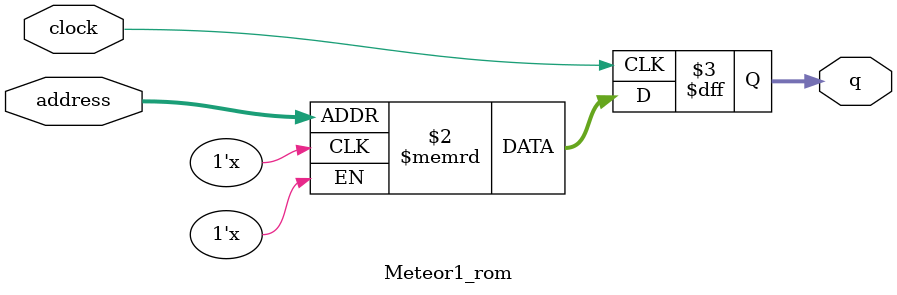
<source format=sv>
module Meteor1_rom (
	input logic clock,
	input logic [8:0] address,
	output logic [3:0] q
);

logic [3:0] memory [0:503] /* synthesis ram_init_file = "C:/Users/Carl/OneDrive - University of Illinois - Urbana/Documents/final_project/Meteor1.mif" */;

always_ff @ (posedge clock) begin
	q <= memory[address];
end

endmodule

</source>
